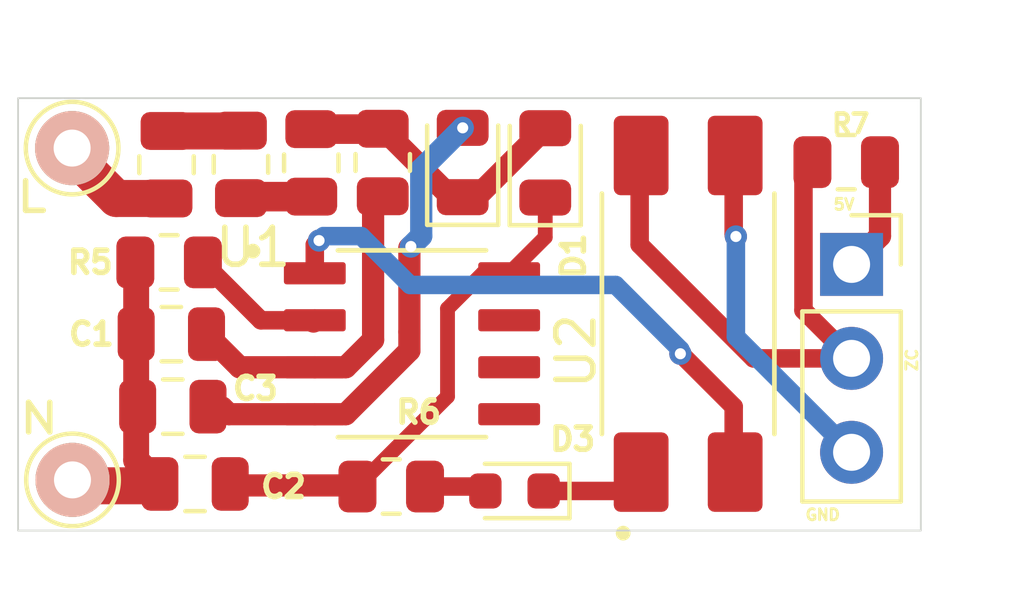
<source format=kicad_pcb>
(kicad_pcb (version 20240108) (generator "pcbnew") (generator_version "8.0")
  (layers (0 "F.Cu" signal) (31 "B.Cu" signal) (34 "B.Paste" user) (35 "F.Paste" user) (36 "B.SilkS" user "B.Silkscreen") (37 "F.SilkS" user "F.Silkscreen") (38 "B.Mask" user) (39 "F.Mask" user) (44 "Edge.Cuts" user))
  (net 0 "")
  (net 1 "N_GND")
  (net 2 "Net-(U1A-+)")
  (net 3 "+5V_ISO")
  (net 4 "-5V_ISO")
  (net 5 "Net-(D1-A)")
  (net 6 "GND")
  (net 7 "+5V")
  (net 8 "Net-(J1-Pin_2)")
  (net 9 "Net-(J3-Pin_1)")
  (net 10 "Net-(R1-Pad2)")
  (net 11 "Net-(R2-Pad2)")
  (net 12 "Net-(U1A--)")
  (net 13 "Net-(D3-A)")
  (net 14 "Net-(U1-Pad1)")
  (net 15 "Net-(D3-K)")
  (footprint "Resistor_SMD:R_0805_2012Metric" (layer "F.Cu") (at 89.13 70.91 90)
    (property "Reference" "R1" (hide yes))
    (property "Value" "510K")
    (fp_line (start -0.227064 -0.735) (end 0.227064 -0.735) (stroke (width 0.12)) (layer "F.SilkS"))
    (fp_line (start -0.227064 0.735) (end 0.227064 0.735) (stroke (width 0.12)) (layer "F.SilkS"))
    (pad "1" smd roundrect (at -0.9125 0 90) (size 1.025 1.4) (layers "F.Cu" "F.Paste" "F.Mask") (roundrect_rratio 0.243902) (net 9 "Net-(J3-Pin_1)"))
    (pad "2" smd roundrect (at 0.9125 0 90) (size 1.025 1.4) (layers "F.Cu" "F.Paste" "F.Mask") (roundrect_rratio 0.243902) (net 10 "Net-(R1-Pad2)"))
  )
  (footprint "LED_SMD:LED_0603_1608Metric" (layer "F.Cu") (at 98.53 79.73 180)
    (property "Reference" "D3" (at -1.57 1.4 0) (layer "F.SilkS") (effects (font (size 0.6 0.6))))
    (property "Value" "LED")
    (fp_line (start 0.8 -0.735) (end -1.485 -0.735) (stroke (width 0.12)) (layer "F.SilkS"))
    (fp_line (start -1.485 0.735) (end 0.8 0.735) (stroke (width 0.12)) (layer "F.SilkS"))
    (fp_line (start -1.485 -0.735) (end -1.485 0.735) (stroke (width 0.12)) (layer "F.SilkS"))
    (pad "1" smd roundrect (at -0.7875 0 180) (size 0.875 0.95) (layers "F.Cu" "F.Paste" "F.Mask") (net 15 "Net-(D3-K)"))
    (pad "2" smd roundrect (at 0.7875 0 180) (size 0.875 0.95) (layers "F.Cu" "F.Paste" "F.Mask") (net 13 "Net-(D3-A)"))
  )
  (footprint "Resistor_SMD:R_0805_2012Metric" (layer "F.Cu") (at 95.2 79.61 180)
    (property "Reference" "R6" (at -0.74 2.01 0) (layer "F.SilkS") (effects (font (size 0.6 0.6))))
    (property "Value" "1K")
    (fp_line (start -0.227064 0.735) (end 0.227064 0.735) (stroke (width 0.12)) (layer "F.SilkS"))
    (fp_line (start -0.227064 -0.735) (end 0.227064 -0.735) (stroke (width 0.12)) (layer "F.SilkS"))
    (pad "1" smd roundrect (at -0.9125 0 180) (size 1.025 1.4) (layers "F.Cu" "F.Paste" "F.Mask") (roundrect_rratio 0.243902) (net 13 "Net-(D3-A)"))
    (pad "2" smd roundrect (at 0.9125 0 180) (size 1.025 1.4) (layers "F.Cu" "F.Paste" "F.Mask") (roundrect_rratio 0.243902) (net 3 "+5V_ISO"))
  )
  (footprint "Capacitor_SMD:C_0805_2012Metric" (layer "F.Cu") (at 89.9 79.54 180)
    (property "Reference" "C2" (at -2.39 -0.07 0) (layer "F.SilkS") (effects (font (size 0.6 0.6))))
    (property "Value" "100nF")
    (fp_line (start -0.261252 0.735) (end 0.261252 0.735) (stroke (width 0.12)) (layer "F.SilkS"))
    (fp_line (start -0.261252 -0.735) (end 0.261252 -0.735) (stroke (width 0.12)) (layer "F.SilkS"))
    (pad "1" smd roundrect (at -0.95 0 180) (size 1 1.45) (layers "F.Cu" "F.Paste" "F.Mask") (net 3 "+5V_ISO"))
    (pad "2" smd roundrect (at 0.95 0 180) (size 1 1.45) (layers "F.Cu" "F.Paste" "F.Mask") (net 1 "N_GND"))
  )
  (footprint "Connector_PinSocket_2.54mm:PinSocket_1x03_P2.54mm_Vertical" (layer "F.Cu") (at 107.635 73.605)
    (property "Reference" "J1" (hide yes))
    (property "Value" "Conn_01x03")
    (fp_line (start -1.33 1.27) (end -1.33 6.41) (stroke (width 0.12)) (layer "F.SilkS"))
    (fp_line (start -1.33 1.27) (end 1.33 1.27) (stroke (width 0.12)) (layer "F.SilkS"))
    (fp_line (start -1.33 6.41) (end 1.33 6.41) (stroke (width 0.12)) (layer "F.SilkS"))
    (fp_line (start 0 -1.33) (end 1.33 -1.33) (stroke (width 0.12)) (layer "F.SilkS"))
    (fp_line (start 1.33 -1.33) (end 1.33 0) (stroke (width 0.12)) (layer "F.SilkS"))
    (fp_line (start 1.33 1.27) (end 1.33 6.41) (stroke (width 0.12)) (layer "F.SilkS"))
    (pad "1" thru_hole rect (at 0 0) (size 1.7 1.7) (drill 1) (layers "*.Cu" "*.Mask") (net 7 "+5V"))
    (pad "2" thru_hole oval (at 0 2.54) (size 1.7 1.7) (drill 1) (layers "*.Cu" "*.Mask") (net 8 "Net-(J1-Pin_2)"))
    (pad "3" thru_hole oval (at 0 5.08) (size 1.7 1.7) (drill 1) (layers "*.Cu" "*.Mask") (net 6 "GND"))
  )
  (footprint "Resistor_SMD:R_0805_2012Metric" (layer "F.Cu") (at 91.14 70.9 -90)
    (property "Reference" "R2" (hide yes))
    (property "Value" "510K")
    (fp_line (start -0.227064 0.735) (end 0.227064 0.735) (stroke (width 0.12)) (layer "F.SilkS"))
    (fp_line (start -0.227064 -0.735) (end 0.227064 -0.735) (stroke (width 0.12)) (layer "F.SilkS"))
    (pad "1" smd roundrect (at -0.9125 0 270) (size 1.025 1.4) (layers "F.Cu" "F.Paste" "F.Mask") (roundrect_rratio 0.243902) (net 10 "Net-(R1-Pad2)"))
    (pad "2" smd roundrect (at 0.9125 0 270) (size 1.025 1.4) (layers "F.Cu" "F.Paste" "F.Mask") (roundrect_rratio 0.243902) (net 11 "Net-(R2-Pad2)"))
  )
  (footprint "Resistor_SMD:R_0805_2012Metric" (layer "F.Cu") (at 107.49 70.84)
    (property "Reference" "R7" (at 0.12 -1.04 0) (layer "F.SilkS") (effects (font (size 0.5 0.5) (thickness 0.125))))
    (property "Value" "10K")
    (fp_line (start -0.227064 -0.735) (end 0.227064 -0.735) (stroke (width 0.12)) (layer "F.SilkS"))
    (fp_line (start -0.227064 0.735) (end 0.227064 0.735) (stroke (width 0.12)) (layer "F.SilkS"))
    (pad "1" smd roundrect (at -0.9125 0) (size 1.025 1.4) (layers "F.Cu" "F.Paste" "F.Mask") (roundrect_rratio 0.243902) (net 8 "Net-(J1-Pin_2)"))
    (pad "2" smd roundrect (at 0.9125 0) (size 1.025 1.4) (layers "F.Cu" "F.Paste" "F.Mask") (roundrect_rratio 0.243902) (net 7 "+5V"))
  )
  (footprint "Connector_Pin:Pin_D1.0mm_L10.0mm" (layer "F.Cu") (at 86.59 79.43)
    (property "Reference" "N" (at -0.9 -1.66 0) (layer "F.SilkS") (effects (font (size 0.8 1))))
    (property "Value" "AC_N")
    (fp_circle (center 0 0) (end 1.25 0.05) (stroke (width 0.12)) (fill none) (layer "F.SilkS"))
    (pad "1" thru_hole circle (at 0 0) (size 2 2) (drill 1) (layers "*.Cu" "*.Paste" "*.SilkS" "*.Mask" "B.Adhes") (net 1 "N_GND"))
  )
  (footprint "Capacitor_SMD:C_0805_2012Metric" (layer "F.Cu") (at 89.3 77.45 180)
    (property "Reference" "C3" (at -2.23 0.49 0) (layer "F.SilkS") (effects (font (size 0.6 0.6))))
    (property "Value" "100nF")
    (fp_line (start -0.261252 0.735) (end 0.261252 0.735) (stroke (width 0.12)) (layer "F.SilkS"))
    (fp_line (start -0.261252 -0.735) (end 0.261252 -0.735) (stroke (width 0.12)) (layer "F.SilkS"))
    (pad "1" smd roundrect (at -0.95 0 180) (size 1 1.45) (layers "F.Cu" "F.Paste" "F.Mask") (net 4 "-5V_ISO"))
    (pad "2" smd roundrect (at 0.95 0 180) (size 1 1.45) (layers "F.Cu" "F.Paste" "F.Mask") (net 1 "N_GND"))
  )
  (footprint "Diode_SMD:D_0805_2012Metric" (layer "F.Cu") (at 97.13 70.85 90)
    (property "Reference" "D2" (hide yes))
    (property "Value" "BAT84")
    (fp_line (start 1 -0.96) (end -1.685 -0.96) (stroke (width 0.12)) (layer "F.SilkS"))
    (fp_line (start -1.685 -0.96) (end -1.685 0.96) (stroke (width 0.12)) (layer "F.SilkS"))
    (fp_line (start -1.685 0.96) (end 1 0.96) (stroke (width 0.12)) (layer "F.SilkS"))
    (pad "1" smd roundrect (at -0.9375 0 90) (size 0.975 1.4) (layers "F.Cu" "F.Paste" "F.Mask") (net 5 "Net-(D1-A)"))
    (pad "2" smd roundrect (at 0.9375 0 90) (size 0.975 1.4) (layers "F.Cu" "F.Paste" "F.Mask") (net 4 "-5V_ISO"))
  )
  (footprint "Resistor_SMD:R_0805_2012Metric" (layer "F.Cu") (at 94.97 70.85 -90)
    (property "Reference" "R4" (hide yes))
    (property "Value" "10K")
    (fp_line (start -0.227064 0.735) (end 0.227064 0.735) (stroke (width 0.12)) (layer "F.SilkS"))
    (fp_line (start -0.227064 -0.735) (end 0.227064 -0.735) (stroke (width 0.12)) (layer "F.SilkS"))
    (pad "1" smd roundrect (at -0.9125 0 270) (size 1.025 1.4) (layers "F.Cu" "F.Paste" "F.Mask") (roundrect_rratio 0.243902) (net 5 "Net-(D1-A)"))
    (pad "2" smd roundrect (at 0.9125 0 270) (size 1.025 1.4) (layers "F.Cu" "F.Paste" "F.Mask") (roundrect_rratio 0.243902) (net 2 "Net-(U1A-+)"))
  )
  (footprint "Resistor_SMD:R_0805_2012Metric" (layer "F.Cu") (at 89.2 73.55 180)
    (property "Reference" "R5" (at 2.13 0 0) (layer "F.SilkS") (effects (font (size 0.6 0.6))))
    (property "Value" "10K")
    (fp_line (start -0.227064 0.735) (end 0.227064 0.735) (stroke (width 0.12)) (layer "F.SilkS"))
    (fp_line (start -0.227064 -0.735) (end 0.227064 -0.735) (stroke (width 0.12)) (layer "F.SilkS"))
    (pad "1" smd roundrect (at -0.9125 0 180) (size 1.025 1.4) (layers "F.Cu" "F.Paste" "F.Mask") (roundrect_rratio 0.243902) (net 12 "Net-(U1A--)"))
    (pad "2" smd roundrect (at 0.9125 0 180) (size 1.025 1.4) (layers "F.Cu" "F.Paste" "F.Mask") (roundrect_rratio 0.243902) (net 1 "N_GND"))
  )
  (footprint "LM393D:SOIC127P600X175-8N" (layer "F.Cu") (at 95.76 75.75)
    (property "Reference" "U1" (at -4.295 -2.605 0) (layer "F.SilkS"))
    (property "Value" "LM393")
    (fp_line (start -2 -2.525) (end 2 -2.525) (stroke (width 0.127)) (layer "F.SilkS"))
    (fp_line (start -2 2.525) (end 2 2.525) (stroke (width 0.127)) (layer "F.SilkS"))
    (fp_circle (center -4.295 -2.505) (end -4.195 -2.505) (stroke (width 0.2)) (fill none) (layer "F.SilkS"))
    (pad "1" smd roundrect (at -2.625 -1.905) (size 1.67 0.6) (layers "F.Cu" "F.Paste" "F.Mask") (roundrect_rratio 0.125) (net 14 "Net-(U1-Pad1)"))
    (pad "2" smd roundrect (at -2.625 -0.635) (size 1.67 0.6) (layers "F.Cu" "F.Paste" "F.Mask") (roundrect_rratio 0.125) (net 12 "Net-(U1A--)"))
    (pad "3" smd roundrect (at -2.625 0.635) (size 1.67 0.6) (layers "F.Cu" "F.Paste" "F.Mask") (roundrect_rratio 0.125) (net 2 "Net-(U1A-+)"))
    (pad "4" smd roundrect (at -2.625 1.905) (size 1.67 0.6) (layers "F.Cu" "F.Paste" "F.Mask") (roundrect_rratio 0.125) (net 4 "-5V_ISO"))
    (pad "5" smd roundrect (at 2.625 1.905) (size 1.67 0.6) (layers "F.Cu" "F.Paste" "F.Mask") (roundrect_rratio 0.125))
    (pad "6" smd roundrect (at 2.625 0.635) (size 1.67 0.6) (layers "F.Cu" "F.Paste" "F.Mask") (roundrect_rratio 0.125))
    (pad "7" smd roundrect (at 2.625 -0.635) (size 1.67 0.6) (layers "F.Cu" "F.Paste" "F.Mask") (roundrect_rratio 0.125))
    (pad "8" smd roundrect (at 2.625 -1.905) (size 1.67 0.6) (layers "F.Cu" "F.Paste" "F.Mask") (roundrect_rratio 0.125) (net 3 "+5V_ISO"))
  )
  (footprint "PC817X4NIP1B:SOIC254P960X420-4N" (layer "F.Cu") (at 103.22 74.94 90)
    (property "Reference" "U2" (at -1.01 -3.03 90) (layer "F.SilkS"))
    (property "Value" "PC817")
    (fp_line (start -3.25 -2.33) (end 3.25 -2.33) (stroke (width 0.127)) (layer "F.SilkS"))
    (fp_line (start -3.25 2.33) (end 3.25 2.33) (stroke (width 0.127)) (layer "F.SilkS"))
    (fp_circle (center -5.93 -1.755) (end -5.83 -1.755) (stroke (width 0.2)) (fill none) (layer "F.SilkS"))
    (pad "1" smd roundrect (at -4.28 -1.27 90) (size 2.15 1.48) (layers "F.Cu" "F.Paste" "F.Mask") (roundrect_rratio 0.125) (net 15 "Net-(D3-K)"))
    (pad "2" smd roundrect (at -4.28 1.27 90) (size 2.15 1.48) (layers "F.Cu" "F.Paste" "F.Mask") (roundrect_rratio 0.125) (net 14 "Net-(U1-Pad1)"))
    (pad "3" smd roundrect (at 4.28 1.27 90) (size 2.15 1.48) (layers "F.Cu" "F.Paste" "F.Mask") (roundrect_rratio 0.125) (net 6 "GND"))
    (pad "4" smd roundrect (at 4.28 -1.27 90) (size 2.15 1.48) (layers "F.Cu" "F.Paste" "F.Mask") (roundrect_rratio 0.125) (net 8 "Net-(J1-Pin_2)"))
  )
  (footprint "Diode_SMD:D_0805_2012Metric" (layer "F.Cu") (at 99.36 70.86 90)
    (property "Reference" "D1" (at -2.51 0.76 90) (layer "F.SilkS") (effects (font (size 0.6 0.6))))
    (property "Value" "BAT85")
    (fp_line (start 1 -0.96) (end -1.685 -0.96) (stroke (width 0.12)) (layer "F.SilkS"))
    (fp_line (start -1.685 -0.96) (end -1.685 0.96) (stroke (width 0.12)) (layer "F.SilkS"))
    (fp_line (start -1.685 0.96) (end 1 0.96) (stroke (width 0.12)) (layer "F.SilkS"))
    (pad "1" smd roundrect (at -0.9375 0 90) (size 0.975 1.4) (layers "F.Cu" "F.Paste" "F.Mask") (net 3 "+5V_ISO"))
    (pad "2" smd roundrect (at 0.9375 0 90) (size 0.975 1.4) (layers "F.Cu" "F.Paste" "F.Mask") (net 5 "Net-(D1-A)"))
  )
  (footprint "Capacitor_SMD:C_0805_2012Metric" (layer "F.Cu") (at 89.26 75.49 180)
    (property "Reference" "C1" (at 2.16 0 0) (layer "F.SilkS") (effects (font (size 0.6 0.6))))
    (property "Value" "100nF")
    (fp_line (start -0.261252 0.735) (end 0.261252 0.735) (stroke (width 0.12)) (layer "F.SilkS"))
    (fp_line (start -0.261252 -0.735) (end 0.261252 -0.735) (stroke (width 0.12)) (layer "F.SilkS"))
    (pad "1" smd roundrect (at -0.95 0 180) (size 1 1.45) (layers "F.Cu" "F.Paste" "F.Mask") (net 2 "Net-(U1A-+)"))
    (pad "2" smd roundrect (at 0.95 0 180) (size 1 1.45) (layers "F.Cu" "F.Paste" "F.Mask") (net 1 "N_GND"))
  )
  (footprint "Resistor_SMD:R_0805_2012Metric" (layer "F.Cu") (at 93.04 70.86 90)
    (property "Reference" "R3" (hide yes))
    (property "Value" "510K")
    (fp_line (start -0.227064 -0.735) (end 0.227064 -0.735) (stroke (width 0.12)) (layer "F.SilkS"))
    (fp_line (start -0.227064 0.735) (end 0.227064 0.735) (stroke (width 0.12)) (layer "F.SilkS"))
    (pad "1" smd roundrect (at -0.9125 0 90) (size 1.025 1.4) (layers "F.Cu" "F.Paste" "F.Mask") (roundrect_rratio 0.243902) (net 11 "Net-(R2-Pad2)"))
    (pad "2" smd roundrect (at 0.9125 0 90) (size 1.025 1.4) (layers "F.Cu" "F.Paste" "F.Mask") (roundrect_rratio 0.243902) (net 5 "Net-(D1-A)"))
  )
  (footprint "Connector_Pin:Pin_D1.0mm_L10.0mm" (layer "F.Cu") (at 86.58 70.46)
    (property "Reference" "L" (at -1.09 1.32 0) (layer "F.SilkS") (effects (font (size 0.8 1))))
    (property "Value" "AC_L")
    (fp_circle (center 0 0) (end 1.25 0.05) (stroke (width 0.12)) (fill none) (layer "F.SilkS"))
    (pad "1" thru_hole circle (at 0 0) (size 2 2) (drill 1) (layers "*.Cu" "*.SilkS" "*.Mask") (net 9 "Net-(J3-Pin_1)"))
  )
  (gr_rect (start 85.12 69.11) (end 109.505 80.8) (stroke (width 0.05)) (fill none) (layer "Edge.Cuts"))
  (gr_text "5V" (at 107.11 72.16 0) (layer "F.SilkS") (effects (font (size 0.3 0.3) (thickness 0.075)) (justify left bottom)))
  (gr_text "ZC" (at 109.44 76.53 90) (layer "F.SilkS") (effects (font (size 0.3 0.3) (thickness 0.075)) (justify left bottom)))
  (gr_text "GND\n" (at 106.35 80.55 0) (layer "F.SilkS") (effects (font (size 0.3 0.3) (thickness 0.075)) (justify left bottom)))
  (segment (start 88.31 78.9) (end 88.31 75.49) (width 0.7) (layer "F.Cu") (net 1))
  (segment (start 88.95 79.54) (end 88.31 78.9) (width 0.7) (layer "F.Cu") (net 1))
  (segment (start 86.52 79.39) (end 86.72 79.59) (width 1) (layer "F.Cu") (net 1))
  (segment (start 88.31 75.49) (end 88.31 73.5725) (width 0.7) (layer "F.Cu") (net 1))
  (segment (start 86.72 79.59) (end 88.56 79.59) (width 1) (layer "F.Cu") (net 1))
  (segment (start 88.31 73.5725) (end 88.2875 73.55) (width 0.7) (layer "F.Cu") (net 1))
  (segment (start 93.969999 76.385) (end 94.71 75.644999) (width 0.6) (layer "F.Cu") (net 2))
  (segment (start 94.71 75.644999) (end 94.71 72.0225) (width 0.6) (layer "F.Cu") (net 2))
  (segment (start 91.105 76.385) (end 90.21 75.49) (width 0.6) (layer "F.Cu") (net 2))
  (segment (start 94.71 72.0225) (end 94.97 71.7625) (width 0.6) (layer "F.Cu") (net 2))
  (segment (start 93.135 76.385) (end 93.969999 76.385) (width 0.6) (layer "F.Cu") (net 2))
  (segment (start 93.135 76.385) (end 91.105 76.385) (width 0.6) (layer "F.Cu") (net 2))
  (segment (start 98.385 73.845) (end 97.675 73.845) (width 0.4) (layer "F.Cu") (net 3))
  (segment (start 96.72 77.1775) (end 94.2875 79.61) (width 0.4) (layer "F.Cu") (net 3))
  (segment (start 96.72 74.8) (end 96.72 77.1775) (width 0.4) (layer "F.Cu") (net 3))
  (segment (start 94.2575 79.58) (end 94.2875 79.61) (width 0.6) (layer "F.Cu") (net 3))
  (segment (start 97.675 73.845) (end 96.72 74.8) (width 0.4) (layer "F.Cu") (net 3))
  (segment (start 99.36 72.87) (end 98.385 73.845) (width 0.4) (layer "F.Cu") (net 3))
  (segment (start 90.92 79.58) (end 94.2575 79.58) (width 0.6) (layer "F.Cu") (net 3))
  (segment (start 99.36 71.7975) (end 99.36 72.87) (width 0.4) (layer "F.Cu") (net 3))
  (segment (start 95.69 75.934999) (end 95.69 75.43) (width 0.6) (layer "F.Cu") (net 4))
  (segment (start 93.135 77.655) (end 90.815 77.655) (width 0.6) (layer "F.Cu") (net 4))
  (segment (start 93.969999 77.655) (end 95.69 75.934999) (width 0.6) (layer "F.Cu") (net 4))
  (segment (start 95.69 75.43) (end 95.69 73.16) (width 0.6) (layer "F.Cu") (net 4))
  (segment (start 95.69 73.16) (end 95.73 73.12) (width 0.6) (layer "F.Cu") (net 4))
  (segment (start 93.135 77.655) (end 93.969999 77.655) (width 0.6) (layer "F.Cu") (net 4))
  (segment (start 90.815 77.655) (end 90.63 77.47) (width 0.6) (layer "F.Cu") (net 4))
  (via (at 97.13 69.9125) (size 0.6) (drill 0.3) (layers "F.Cu" "B.Cu") (net 4))
  (via (at 95.73 73.12) (size 0.6) (drill 0.3) (layers "F.Cu" "B.Cu") (net 4))
  (segment (start 96.01 71.0325) (end 97.13 69.9125) (width 0.6) (layer "B.Cu") (net 4))
  (segment (start 96.01 72.84) (end 96.01 71.0325) (width 0.6) (layer "B.Cu") (net 4))
  (segment (start 95.73 73.12) (end 96.01 72.84) (width 0.6) (layer "B.Cu") (net 4))
  (segment (start 97.13 71.7875) (end 96.82 71.7875) (width 0.6) (layer "F.Cu") (net 5))
  (segment (start 96.82 71.7875) (end 94.97 69.9375) (width 0.6) (layer "F.Cu") (net 5))
  (segment (start 97.495 71.7875) (end 99.36 69.9225) (width 0.6) (layer "F.Cu") (net 5))
  (segment (start 97.13 71.7875) (end 97.495 71.7875) (width 0.6) (layer "F.Cu") (net 5))
  (segment (start 93.04 69.9475) (end 94.96 69.9475) (width 0.8) (layer "F.Cu") (net 5))
  (segment (start 94.96 69.9475) (end 94.97 69.9375) (width 0.6) (layer "F.Cu") (net 5))
  (segment (start 104.45 72.79) (end 104.45 70.76) (width 0.5) (layer "F.Cu") (net 6))
  (segment (start 104.51 72.85) (end 104.45 72.79) (width 0.5) (layer "F.Cu") (net 6))
  (via (at 104.51 72.85) (size 0.6) (drill 0.3) (layers "F.Cu" "B.Cu") (net 6))
  (segment (start 104.51 72.85) (end 104.51 72.83) (width 0.5) (layer "B.Cu") (net 6))
  (segment (start 104.51 75.56) (end 104.51 72.85) (width 0.5) (layer "B.Cu") (net 6))
  (segment (start 107.635 78.685) (end 104.51 75.56) (width 0.5) (layer "B.Cu") (net 6))
  (segment (start 108.4025 70.84) (end 108.4025 72.8375) (width 0.6) (layer "F.Cu") (net 7))
  (segment (start 108.4025 72.8375) (end 107.635 73.605) (width 0.6) (layer "F.Cu") (net 7))
  (segment (start 106.335 74.845) (end 106.335 71.0825) (width 0.5) (layer "F.Cu") (net 8))
  (segment (start 101.91 70.49) (end 101.91 73.07) (width 0.5) (layer "F.Cu") (net 8))
  (segment (start 106.335 71.0825) (end 106.5775 70.84) (width 0.5) (layer "F.Cu") (net 8))
  (segment (start 107.635 76.145) (end 106.335 74.845) (width 0.5) (layer "F.Cu") (net 8))
  (segment (start 101.91 73.07) (end 104.985 76.145) (width 0.5) (layer "F.Cu") (net 8))
  (segment (start 104.985 76.145) (end 107.635 76.145) (width 0.5) (layer "F.Cu") (net 8))
  (segment (start 86.52 70.57) (end 87.7725 71.8225) (width 1) (layer "F.Cu") (net 9))
  (segment (start 87.7725 71.8225) (end 89.13 71.8225) (width 1) (layer "F.Cu") (net 9))
  (segment (start 89.13 69.9975) (end 91.1225 69.9975) (width 1) (layer "F.Cu") (net 10))
  (segment (start 91.1225 69.9975) (end 91.14 69.98) (width 0.6) (layer "F.Cu") (net 10))
  (segment (start 93.04 71.7725) (end 91.14 71.7725) (width 0.8) (layer "F.Cu") (net 11))
  (segment (start 93.1 75.15) (end 93.135 75.115) (width 0.6) (layer "F.Cu") (net 12))
  (segment (start 91.6775 75.115) (end 93.135 75.115) (width 0.5) (layer "F.Cu") (net 12))
  (segment (start 90.1125 73.55) (end 91.6775 75.115) (width 0.5) (layer "F.Cu") (net 12))
  (segment (start 97.6225 79.61) (end 97.7425 79.73) (width 0.5) (layer "F.Cu") (net 13))
  (segment (start 96.1125 79.61) (end 97.6225 79.61) (width 0.5) (layer "F.Cu") (net 13))
  (segment (start 104.45 77.45) (end 104.45 79.32) (width 0.5) (layer "F.Cu") (net 14))
  (segment (start 93.25 72.96) (end 93.135 73.075) (width 0.5) (layer "F.Cu") (net 14))
  (segment (start 93.135 73.075) (end 93.135 73.845) (width 0.5) (layer "F.Cu") (net 14))
  (segment (start 103.02 76.02) (end 104.45 77.45) (width 0.5) (layer "F.Cu") (net 14))
  (segment (start 103.01 76.02) (end 103.02 76.02) (width 0.5) (layer "F.Cu") (net 14))
  (via (at 103.01 76.02) (size 0.6) (drill 0.3) (layers "F.Cu" "B.Cu") (net 14))
  (via (at 93.25 72.96) (size 0.6) (drill 0.3) (layers "F.Cu" "B.Cu") (net 14))
  (segment (start 101.26 74.16) (end 103.01 75.91) (width 0.5) (layer "B.Cu") (net 14))
  (segment (start 93.25 72.96) (end 93.37 72.84) (width 0.5) (layer "B.Cu") (net 14))
  (segment (start 94.38934 72.84) (end 95.70934 74.16) (width 0.5) (layer "B.Cu") (net 14))
  (segment (start 103.01 75.91) (end 103.01 76.02) (width 0.5) (layer "B.Cu") (net 14))
  (segment (start 95.70934 74.16) (end 101.26 74.16) (width 0.5) (layer "B.Cu") (net 14))
  (segment (start 93.37 72.84) (end 94.38934 72.84) (width 0.5) (layer "B.Cu") (net 14))
  (segment (start 101.44 79.73) (end 101.93 79.24) (width 0.5) (layer "F.Cu") (net 15))
  (segment (start 101.93 79.24) (end 101.93 79.52) (width 0.5) (layer "F.Cu") (net 15))
  (segment (start 99.3175 79.73) (end 101.44 79.73) (width 0.5) (layer "F.Cu") (net 15))
)
</source>
